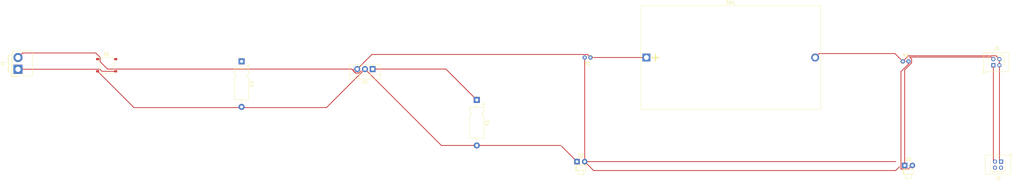
<source format=kicad_pcb>
(kicad_pcb (version 20171130) (host pcbnew "(5.1.6)-1")

  (general
    (thickness 1.6)
    (drawings 0)
    (tracks 59)
    (zones 0)
    (modules 12)
    (nets 9)
  )

  (page A4)
  (layers
    (0 F.Cu signal)
    (31 B.Cu signal)
    (32 B.Adhes user)
    (33 F.Adhes user)
    (34 B.Paste user)
    (35 F.Paste user)
    (36 B.SilkS user)
    (37 F.SilkS user)
    (38 B.Mask user)
    (39 F.Mask user)
    (40 Dwgs.User user)
    (41 Cmts.User user)
    (42 Eco1.User user)
    (43 Eco2.User user)
    (44 Edge.Cuts user)
    (45 Margin user)
    (46 B.CrtYd user)
    (47 F.CrtYd user)
    (48 B.Fab user)
    (49 F.Fab user)
  )

  (setup
    (last_trace_width 0.25)
    (trace_clearance 0.2)
    (zone_clearance 0.508)
    (zone_45_only no)
    (trace_min 0.2)
    (via_size 0.8)
    (via_drill 0.4)
    (via_min_size 0.4)
    (via_min_drill 0.3)
    (uvia_size 0.3)
    (uvia_drill 0.1)
    (uvias_allowed no)
    (uvia_min_size 0.2)
    (uvia_min_drill 0.1)
    (edge_width 0.05)
    (segment_width 0.2)
    (pcb_text_width 0.3)
    (pcb_text_size 1.5 1.5)
    (mod_edge_width 0.12)
    (mod_text_size 1 1)
    (mod_text_width 0.15)
    (pad_size 1.524 1.524)
    (pad_drill 0.762)
    (pad_to_mask_clearance 0.05)
    (aux_axis_origin 0 0)
    (visible_elements FFFFFF7F)
    (pcbplotparams
      (layerselection 0x010fc_ffffffff)
      (usegerberextensions false)
      (usegerberattributes true)
      (usegerberadvancedattributes true)
      (creategerberjobfile true)
      (excludeedgelayer true)
      (linewidth 0.100000)
      (plotframeref false)
      (viasonmask false)
      (mode 1)
      (useauxorigin false)
      (hpglpennumber 1)
      (hpglpenspeed 20)
      (hpglpendiameter 15.000000)
      (psnegative false)
      (psa4output false)
      (plotreference true)
      (plotvalue true)
      (plotinvisibletext false)
      (padsonsilk false)
      (subtractmaskfromsilk false)
      (outputformat 1)
      (mirror false)
      (drillshape 1)
      (scaleselection 1)
      (outputdirectory ""))
  )

  (net 0 "")
  (net 1 GND)
  (net 2 "Net-(C1-Pad1)")
  (net 3 "Net-(C2-Pad1)")
  (net 4 "Net-(D1-Pad4)")
  (net 5 "Net-(D1-Pad3)")
  (net 6 "Net-(D2-Pad2)")
  (net 7 "Net-(D3-Pad2)")
  (net 8 "Net-(J2-Pad1)")

  (net_class Default "This is the default net class."
    (clearance 0.2)
    (trace_width 0.25)
    (via_dia 0.8)
    (via_drill 0.4)
    (uvia_dia 0.3)
    (uvia_drill 0.1)
    (add_net GND)
    (add_net "Net-(C1-Pad1)")
    (add_net "Net-(C2-Pad1)")
    (add_net "Net-(D1-Pad3)")
    (add_net "Net-(D1-Pad4)")
    (add_net "Net-(D2-Pad2)")
    (add_net "Net-(D3-Pad2)")
    (add_net "Net-(J2-Pad1)")
  )

  (module Package_TO_SOT_THT:TO-220-3_Vertical (layer F.Cu) (tedit 5AC8BA0D) (tstamp 5F931A7E)
    (at 500.38 -295.91 180)
    (descr "TO-220-3, Vertical, RM 2.54mm, see https://www.vishay.com/docs/66542/to-220-1.pdf")
    (tags "TO-220-3 Vertical RM 2.54mm")
    (path /5F92D81D)
    (fp_text reference U1 (at 2.54 -4.27) (layer F.SilkS)
      (effects (font (size 1 1) (thickness 0.15)))
    )
    (fp_text value LM7805_TO220 (at 2.54 2.5) (layer F.Fab)
      (effects (font (size 1 1) (thickness 0.15)))
    )
    (fp_text user %R (at 2.54 -4.27) (layer F.Fab)
      (effects (font (size 1 1) (thickness 0.15)))
    )
    (fp_line (start -2.46 -3.15) (end -2.46 1.25) (layer F.Fab) (width 0.1))
    (fp_line (start -2.46 1.25) (end 7.54 1.25) (layer F.Fab) (width 0.1))
    (fp_line (start 7.54 1.25) (end 7.54 -3.15) (layer F.Fab) (width 0.1))
    (fp_line (start 7.54 -3.15) (end -2.46 -3.15) (layer F.Fab) (width 0.1))
    (fp_line (start -2.46 -1.88) (end 7.54 -1.88) (layer F.Fab) (width 0.1))
    (fp_line (start 0.69 -3.15) (end 0.69 -1.88) (layer F.Fab) (width 0.1))
    (fp_line (start 4.39 -3.15) (end 4.39 -1.88) (layer F.Fab) (width 0.1))
    (fp_line (start -2.58 -3.27) (end 7.66 -3.27) (layer F.SilkS) (width 0.12))
    (fp_line (start -2.58 1.371) (end 7.66 1.371) (layer F.SilkS) (width 0.12))
    (fp_line (start -2.58 -3.27) (end -2.58 1.371) (layer F.SilkS) (width 0.12))
    (fp_line (start 7.66 -3.27) (end 7.66 1.371) (layer F.SilkS) (width 0.12))
    (fp_line (start -2.58 -1.76) (end 7.66 -1.76) (layer F.SilkS) (width 0.12))
    (fp_line (start 0.69 -3.27) (end 0.69 -1.76) (layer F.SilkS) (width 0.12))
    (fp_line (start 4.391 -3.27) (end 4.391 -1.76) (layer F.SilkS) (width 0.12))
    (fp_line (start -2.71 -3.4) (end -2.71 1.51) (layer F.CrtYd) (width 0.05))
    (fp_line (start -2.71 1.51) (end 7.79 1.51) (layer F.CrtYd) (width 0.05))
    (fp_line (start 7.79 1.51) (end 7.79 -3.4) (layer F.CrtYd) (width 0.05))
    (fp_line (start 7.79 -3.4) (end -2.71 -3.4) (layer F.CrtYd) (width 0.05))
    (pad 3 thru_hole oval (at 5.08 0 180) (size 1.905 2) (drill 1.1) (layers *.Cu *.Mask)
      (net 3 "Net-(C2-Pad1)"))
    (pad 2 thru_hole oval (at 2.54 0 180) (size 1.905 2) (drill 1.1) (layers *.Cu *.Mask)
      (net 1 GND))
    (pad 1 thru_hole rect (at 0 0 180) (size 1.905 2) (drill 1.1) (layers *.Cu *.Mask)
      (net 2 "Net-(C1-Pad1)"))
    (model ${KISYS3DMOD}/Package_TO_SOT_THT.3dshapes/TO-220-3_Vertical.wrl
      (at (xyz 0 0 0))
      (scale (xyz 1 1 1))
      (rotate (xyz 0 0 0))
    )
  )

  (module Battery:BatteryHolder_Bulgin_BX0036_1xC (layer F.Cu) (tedit 5C0C1564) (tstamp 5F931A64)
    (at 590.55 -299.72)
    (descr "Bulgin Battery Holder, BX0036, Battery Type C (https://www.bulgin.com/products/pub/media/bulgin/data/Battery_holders.pdf)")
    (tags "Bulgin BX0036")
    (path /5F934979)
    (fp_text reference SW1 (at 27.8 -18.1) (layer F.SilkS)
      (effects (font (size 1 1) (thickness 0.15)))
    )
    (fp_text value SW_DIP_x01 (at 27.8 1) (layer F.Fab)
      (effects (font (size 1 1) (thickness 0.15)))
    )
    (fp_text user %R (at 27.8 -1) (layer F.Fab)
      (effects (font (size 1 1) (thickness 0.1)))
    )
    (fp_text user + (at 3 -0.2) (layer F.SilkS)
      (effects (font (size 3 3) (thickness 0.45)))
    )
    (fp_line (start -1.75 17) (end -1.75 -17) (layer F.Fab) (width 0.1))
    (fp_line (start 57.35 17) (end -1.75 17) (layer F.Fab) (width 0.1))
    (fp_line (start 57.35 -17) (end 57.35 17) (layer F.Fab) (width 0.1))
    (fp_line (start -1.75 -17) (end 57.35 -17) (layer F.Fab) (width 0.1))
    (fp_line (start -2.3 -17.5) (end 57.9 -17.5) (layer F.CrtYd) (width 0.05))
    (fp_line (start 57.9 -17.5) (end 57.9 17.5) (layer F.CrtYd) (width 0.05))
    (fp_line (start 57.9 17.5) (end -2.3 17.5) (layer F.CrtYd) (width 0.05))
    (fp_line (start -2.3 17.5) (end -2.3 -17.5) (layer F.CrtYd) (width 0.05))
    (fp_line (start -1.81 -17.06) (end -1.81 17.06) (layer F.SilkS) (width 0.12))
    (fp_line (start 57.41 -17.06) (end 57.41 17.06) (layer F.SilkS) (width 0.12))
    (fp_line (start -1.81 -17.06) (end 57.41 -17.06) (layer F.SilkS) (width 0.12))
    (fp_line (start -1.81 17.06) (end 57.41 17.06) (layer F.SilkS) (width 0.12))
    (pad "" np_thru_hole circle (at 43.7 0) (size 3.8 3.8) (drill 3.8) (layers *.Cu *.Mask))
    (pad "" np_thru_hole circle (at 11.9 0) (size 3.8 3.8) (drill 3.8) (layers *.Cu *.Mask))
    (pad 1 thru_hole rect (at 0 0) (size 2.6 2.6) (drill 1.6) (layers *.Cu *.Mask)
      (net 3 "Net-(C2-Pad1)"))
    (pad 2 thru_hole circle (at 55.6 0) (size 2.6 2.6) (drill 1.6) (layers *.Cu *.Mask)
      (net 8 "Net-(J2-Pad1)"))
    (model ${KISYS3DMOD}/Battery.3dshapes/BatteryHolder_Bulgin_BX0036_1xC.wrl
      (at (xyz 0 0 0))
      (scale (xyz 1 1 1))
      (rotate (xyz 0 0 0))
    )
  )

  (module Resistor_THT:R_Axial_DIN0204_L3.6mm_D1.6mm_P1.90mm_Vertical (layer F.Cu) (tedit 5AE5139B) (tstamp 5F931A4E)
    (at 675.01 -298.45)
    (descr "Resistor, Axial_DIN0204 series, Axial, Vertical, pin pitch=1.9mm, 0.167W, length*diameter=3.6*1.6mm^2, http://cdn-reichelt.de/documents/datenblatt/B400/1_4W%23YAG.pdf")
    (tags "Resistor Axial_DIN0204 series Axial Vertical pin pitch 1.9mm 0.167W length 3.6mm diameter 1.6mm")
    (path /5F92E1F8)
    (fp_text reference R2 (at 0.95 -1.92) (layer F.SilkS)
      (effects (font (size 1 1) (thickness 0.15)))
    )
    (fp_text value R (at 0.95 1.92) (layer F.Fab)
      (effects (font (size 1 1) (thickness 0.15)))
    )
    (fp_text user %R (at 0.95 -1.92) (layer F.Fab)
      (effects (font (size 1 1) (thickness 0.15)))
    )
    (fp_arc (start 0 0) (end 0.417133 -0.7) (angle -233.92106) (layer F.SilkS) (width 0.12))
    (fp_circle (center 0 0) (end 0.8 0) (layer F.Fab) (width 0.1))
    (fp_line (start 0 0) (end 1.9 0) (layer F.Fab) (width 0.1))
    (fp_line (start -1.05 -1.05) (end -1.05 1.05) (layer F.CrtYd) (width 0.05))
    (fp_line (start -1.05 1.05) (end 2.86 1.05) (layer F.CrtYd) (width 0.05))
    (fp_line (start 2.86 1.05) (end 2.86 -1.05) (layer F.CrtYd) (width 0.05))
    (fp_line (start 2.86 -1.05) (end -1.05 -1.05) (layer F.CrtYd) (width 0.05))
    (pad 2 thru_hole oval (at 1.9 0) (size 1.4 1.4) (drill 0.7) (layers *.Cu *.Mask)
      (net 7 "Net-(D3-Pad2)"))
    (pad 1 thru_hole circle (at 0 0) (size 1.4 1.4) (drill 0.7) (layers *.Cu *.Mask)
      (net 8 "Net-(J2-Pad1)"))
    (model ${KISYS3DMOD}/Resistor_THT.3dshapes/R_Axial_DIN0204_L3.6mm_D1.6mm_P1.90mm_Vertical.wrl
      (at (xyz 0 0 0))
      (scale (xyz 1 1 1))
      (rotate (xyz 0 0 0))
    )
  )

  (module Resistor_THT:R_Axial_DIN0204_L3.6mm_D1.6mm_P1.90mm_Vertical (layer F.Cu) (tedit 5AE5139B) (tstamp 5F931A40)
    (at 572.13 -299.72 180)
    (descr "Resistor, Axial_DIN0204 series, Axial, Vertical, pin pitch=1.9mm, 0.167W, length*diameter=3.6*1.6mm^2, http://cdn-reichelt.de/documents/datenblatt/B400/1_4W%23YAG.pdf")
    (tags "Resistor Axial_DIN0204 series Axial Vertical pin pitch 1.9mm 0.167W length 3.6mm diameter 1.6mm")
    (path /5F92DF70)
    (fp_text reference R1 (at 0.95 -1.92) (layer F.SilkS)
      (effects (font (size 1 1) (thickness 0.15)))
    )
    (fp_text value R (at 0.95 1.92) (layer F.Fab)
      (effects (font (size 1 1) (thickness 0.15)))
    )
    (fp_text user %R (at 0.95 -1.92) (layer F.Fab)
      (effects (font (size 1 1) (thickness 0.15)))
    )
    (fp_arc (start 0 0) (end 0.417133 -0.7) (angle -233.92106) (layer F.SilkS) (width 0.12))
    (fp_circle (center 0 0) (end 0.8 0) (layer F.Fab) (width 0.1))
    (fp_line (start 0 0) (end 1.9 0) (layer F.Fab) (width 0.1))
    (fp_line (start -1.05 -1.05) (end -1.05 1.05) (layer F.CrtYd) (width 0.05))
    (fp_line (start -1.05 1.05) (end 2.86 1.05) (layer F.CrtYd) (width 0.05))
    (fp_line (start 2.86 1.05) (end 2.86 -1.05) (layer F.CrtYd) (width 0.05))
    (fp_line (start 2.86 -1.05) (end -1.05 -1.05) (layer F.CrtYd) (width 0.05))
    (pad 2 thru_hole oval (at 1.9 0 180) (size 1.4 1.4) (drill 0.7) (layers *.Cu *.Mask)
      (net 6 "Net-(D2-Pad2)"))
    (pad 1 thru_hole circle (at 0 0 180) (size 1.4 1.4) (drill 0.7) (layers *.Cu *.Mask)
      (net 3 "Net-(C2-Pad1)"))
    (model ${KISYS3DMOD}/Resistor_THT.3dshapes/R_Axial_DIN0204_L3.6mm_D1.6mm_P1.90mm_Vertical.wrl
      (at (xyz 0 0 0))
      (scale (xyz 1 1 1))
      (rotate (xyz 0 0 0))
    )
  )

  (module Connector_Harwin:Harwin_LTek-Male_2x02_P2.00mm_Vertical (layer F.Cu) (tedit 5A16B2BF) (tstamp 5F931A32)
    (at 704.85 -297.18)
    (descr "Harwin LTek Connector, 4 pins, single row male, vertical entry")
    (tags "connector harwin ltek M80")
    (path /5F92F728)
    (fp_text reference J3 (at 1 -5.5) (layer F.SilkS)
      (effects (font (size 1 1) (thickness 0.15)))
    )
    (fp_text value Conn_02x02_Odd_Even (at 1 4) (layer F.Fab)
      (effects (font (size 1 1) (thickness 0.15)))
    )
    (fp_text user %R (at 1 0) (layer F.Fab)
      (effects (font (size 1 1) (thickness 0.15)))
    )
    (fp_line (start -3.15 -4.1) (end -3.15 2.1) (layer F.SilkS) (width 0.12))
    (fp_line (start -3.15 2.1) (end 5.15 2.1) (layer F.SilkS) (width 0.12))
    (fp_line (start 5.15 2.1) (end 5.15 -4.1) (layer F.SilkS) (width 0.12))
    (fp_line (start 5.15 -4.1) (end -3.15 -4.1) (layer F.SilkS) (width 0.12))
    (fp_line (start -3.55 -4.5) (end -3.55 2.5) (layer F.CrtYd) (width 0.05))
    (fp_line (start -3.55 2.5) (end 5.55 2.5) (layer F.CrtYd) (width 0.05))
    (fp_line (start 5.55 2.5) (end 5.55 -4.5) (layer F.CrtYd) (width 0.05))
    (fp_line (start 5.55 -4.5) (end -3.55 -4.5) (layer F.CrtYd) (width 0.05))
    (fp_line (start -3.05 -4) (end -3.05 2) (layer F.Fab) (width 0.1))
    (fp_line (start -3.05 2) (end 5.05 2) (layer F.Fab) (width 0.1))
    (fp_line (start 5.05 2) (end 5.05 -4) (layer F.Fab) (width 0.1))
    (fp_line (start 5.05 -4) (end -3.05 -4) (layer F.Fab) (width 0.1))
    (fp_line (start -1.75 1.5) (end -1.75 -2.75) (layer F.Fab) (width 0.1))
    (fp_line (start -1.75 -2.75) (end -1 -3.5) (layer F.Fab) (width 0.1))
    (fp_line (start -1 -3.5) (end 3 -3.5) (layer F.Fab) (width 0.1))
    (fp_line (start 3 -3.5) (end 3.75 -2.75) (layer F.Fab) (width 0.1))
    (fp_line (start 3.75 -2.75) (end 3.75 1.5) (layer F.Fab) (width 0.1))
    (fp_line (start 3.75 1.5) (end -1.75 1.5) (layer F.Fab) (width 0.1))
    (fp_line (start -1.6 0) (end -1.6 -2.75) (layer F.SilkS) (width 0.12))
    (fp_line (start -1.6 -2.75) (end -1 -3.35) (layer F.SilkS) (width 0.12))
    (fp_line (start -1 -3.35) (end 1 -3.35) (layer F.SilkS) (width 0.12))
    (fp_line (start 3.6 0) (end 3.6 -2.75) (layer F.SilkS) (width 0.12))
    (fp_line (start 3.6 -2.75) (end 3 -3.35) (layer F.SilkS) (width 0.12))
    (fp_line (start 3 -3.35) (end 1 -3.35) (layer F.SilkS) (width 0.12))
    (fp_line (start 0 0.75) (end -0.3 1.35) (layer F.Fab) (width 0.1))
    (fp_line (start -0.3 1.35) (end 0.3 1.35) (layer F.Fab) (width 0.1))
    (fp_line (start 0.3 1.35) (end 0 0.75) (layer F.Fab) (width 0.1))
    (fp_line (start -3.5 1.5) (end -3.5 2.5) (layer F.SilkS) (width 0.12))
    (fp_line (start -3.5 2.5) (end -2.5 2.5) (layer F.SilkS) (width 0.12))
    (pad 4 thru_hole circle (at 2 -2) (size 1.35 1.35) (drill 0.8) (layers *.Cu *.Mask)
      (net 8 "Net-(J2-Pad1)"))
    (pad 2 thru_hole circle (at 0 -2) (size 1.35 1.35) (drill 0.8) (layers *.Cu *.Mask)
      (net 1 GND))
    (pad 3 thru_hole circle (at 2 0) (size 1.35 1.35) (drill 0.8) (layers *.Cu *.Mask)
      (net 8 "Net-(J2-Pad1)"))
    (pad 1 thru_hole rect (at 0 0) (size 1.35 1.35) (drill 0.8) (layers *.Cu *.Mask)
      (net 1 GND))
    (model ${KISYS3DMOD}/Connector_Harwin.3dshapes/Harwin_LTek-Male_2x02_P2.00mm_Vertical.wrl
      (at (xyz 0 0 0))
      (scale (xyz 1 1 1))
      (rotate (xyz 0 0 0))
    )
  )

  (module Connector_Harwin:Harwin_LTek-Male_2x02_P2.00mm_Vertical (layer F.Cu) (tedit 5A16B2BF) (tstamp 5F931A0C)
    (at 707.39 -265.43 180)
    (descr "Harwin LTek Connector, 4 pins, single row male, vertical entry")
    (tags "connector harwin ltek M80")
    (path /5F92F06A)
    (fp_text reference J2 (at 1 -5.5) (layer F.SilkS)
      (effects (font (size 1 1) (thickness 0.15)))
    )
    (fp_text value Conn_02x02_Odd_Even (at 1 4) (layer F.Fab)
      (effects (font (size 1 1) (thickness 0.15)))
    )
    (fp_text user %R (at 1 0) (layer F.Fab)
      (effects (font (size 1 1) (thickness 0.15)))
    )
    (fp_line (start -3.15 -4.1) (end -3.15 2.1) (layer F.SilkS) (width 0.12))
    (fp_line (start -3.15 2.1) (end 5.15 2.1) (layer F.SilkS) (width 0.12))
    (fp_line (start 5.15 2.1) (end 5.15 -4.1) (layer F.SilkS) (width 0.12))
    (fp_line (start 5.15 -4.1) (end -3.15 -4.1) (layer F.SilkS) (width 0.12))
    (fp_line (start -3.55 -4.5) (end -3.55 2.5) (layer F.CrtYd) (width 0.05))
    (fp_line (start -3.55 2.5) (end 5.55 2.5) (layer F.CrtYd) (width 0.05))
    (fp_line (start 5.55 2.5) (end 5.55 -4.5) (layer F.CrtYd) (width 0.05))
    (fp_line (start 5.55 -4.5) (end -3.55 -4.5) (layer F.CrtYd) (width 0.05))
    (fp_line (start -3.05 -4) (end -3.05 2) (layer F.Fab) (width 0.1))
    (fp_line (start -3.05 2) (end 5.05 2) (layer F.Fab) (width 0.1))
    (fp_line (start 5.05 2) (end 5.05 -4) (layer F.Fab) (width 0.1))
    (fp_line (start 5.05 -4) (end -3.05 -4) (layer F.Fab) (width 0.1))
    (fp_line (start -1.75 1.5) (end -1.75 -2.75) (layer F.Fab) (width 0.1))
    (fp_line (start -1.75 -2.75) (end -1 -3.5) (layer F.Fab) (width 0.1))
    (fp_line (start -1 -3.5) (end 3 -3.5) (layer F.Fab) (width 0.1))
    (fp_line (start 3 -3.5) (end 3.75 -2.75) (layer F.Fab) (width 0.1))
    (fp_line (start 3.75 -2.75) (end 3.75 1.5) (layer F.Fab) (width 0.1))
    (fp_line (start 3.75 1.5) (end -1.75 1.5) (layer F.Fab) (width 0.1))
    (fp_line (start -1.6 0) (end -1.6 -2.75) (layer F.SilkS) (width 0.12))
    (fp_line (start -1.6 -2.75) (end -1 -3.35) (layer F.SilkS) (width 0.12))
    (fp_line (start -1 -3.35) (end 1 -3.35) (layer F.SilkS) (width 0.12))
    (fp_line (start 3.6 0) (end 3.6 -2.75) (layer F.SilkS) (width 0.12))
    (fp_line (start 3.6 -2.75) (end 3 -3.35) (layer F.SilkS) (width 0.12))
    (fp_line (start 3 -3.35) (end 1 -3.35) (layer F.SilkS) (width 0.12))
    (fp_line (start 0 0.75) (end -0.3 1.35) (layer F.Fab) (width 0.1))
    (fp_line (start -0.3 1.35) (end 0.3 1.35) (layer F.Fab) (width 0.1))
    (fp_line (start 0.3 1.35) (end 0 0.75) (layer F.Fab) (width 0.1))
    (fp_line (start -3.5 1.5) (end -3.5 2.5) (layer F.SilkS) (width 0.12))
    (fp_line (start -3.5 2.5) (end -2.5 2.5) (layer F.SilkS) (width 0.12))
    (pad 4 thru_hole circle (at 2 -2 180) (size 1.35 1.35) (drill 0.8) (layers *.Cu *.Mask)
      (net 1 GND))
    (pad 2 thru_hole circle (at 0 -2 180) (size 1.35 1.35) (drill 0.8) (layers *.Cu *.Mask)
      (net 8 "Net-(J2-Pad1)"))
    (pad 3 thru_hole circle (at 2 0 180) (size 1.35 1.35) (drill 0.8) (layers *.Cu *.Mask)
      (net 1 GND))
    (pad 1 thru_hole rect (at 0 0 180) (size 1.35 1.35) (drill 0.8) (layers *.Cu *.Mask)
      (net 8 "Net-(J2-Pad1)"))
    (model ${KISYS3DMOD}/Connector_Harwin.3dshapes/Harwin_LTek-Male_2x02_P2.00mm_Vertical.wrl
      (at (xyz 0 0 0))
      (scale (xyz 1 1 1))
      (rotate (xyz 0 0 0))
    )
  )

  (module Connector:JWT_A3963_1x02_P3.96mm_Vertical (layer F.Cu) (tedit 5A2A57CE) (tstamp 5F9319E6)
    (at 383.54 -295.84 90)
    (descr "JWT A3963, 3.96mm pitch Pin head connector (http://www.jwt.com.tw/pro_pdf/A3963.pdf)")
    (tags "connector JWT A3963 pinhead")
    (path /5F92B5E7)
    (fp_text reference J1 (at 1.91 -5.08 90) (layer F.SilkS)
      (effects (font (size 1 1) (thickness 0.15)))
    )
    (fp_text value Conn_01x02 (at 1.91 6.35 90) (layer F.Fab)
      (effects (font (size 1 1) (thickness 0.15)))
    )
    (fp_text user %R (at 2.2 3.7 90) (layer F.Fab)
      (effects (font (size 1 1) (thickness 0.15)))
    )
    (fp_line (start 4.6 -3.2) (end 4.6 -1.8) (layer F.Fab) (width 0.1))
    (fp_line (start -0.8 -3.2) (end 4.6 -3.2) (layer F.Fab) (width 0.1))
    (fp_line (start -0.8 -1.8) (end -0.8 -3.2) (layer F.Fab) (width 0.1))
    (fp_line (start 0 -0.3) (end 1.25 -1.8) (layer F.Fab) (width 0.1))
    (fp_line (start -1.25 -1.8) (end 0 -0.3) (layer F.Fab) (width 0.1))
    (fp_line (start -2.5 -2.2) (end -2.5 0) (layer F.SilkS) (width 0.12))
    (fp_line (start -1.2 -2.2) (end -2.5 -2.2) (layer F.SilkS) (width 0.12))
    (fp_line (start -2.05 4.7) (end -2.05 -1.8) (layer F.Fab) (width 0.1))
    (fp_line (start 5.85 4.7) (end -2.05 4.7) (layer F.Fab) (width 0.1))
    (fp_line (start 5.85 -1.8) (end 5.85 4.7) (layer F.Fab) (width 0.1))
    (fp_line (start -2.05 -1.8) (end 5.85 -1.8) (layer F.Fab) (width 0.1))
    (fp_line (start -2.5 -3.55) (end 6.35 -3.55) (layer F.CrtYd) (width 0.05))
    (fp_line (start 6.35 -3.55) (end 6.35 5.05) (layer F.CrtYd) (width 0.05))
    (fp_line (start 6.35 5.05) (end -2.5 5.05) (layer F.CrtYd) (width 0.05))
    (fp_line (start -2.5 5.05) (end -2.5 -3.55) (layer F.CrtYd) (width 0.05))
    (fp_line (start 2.29 4.83) (end 5.97 4.83) (layer F.SilkS) (width 0.12))
    (fp_line (start 1.52 4.83) (end -2.16 4.83) (layer F.SilkS) (width 0.12))
    (fp_line (start 1.52 4.83) (end 1.52 4.57) (layer F.SilkS) (width 0.12))
    (fp_line (start 1.52 4.57) (end 2.29 4.57) (layer F.SilkS) (width 0.12))
    (fp_line (start 2.29 4.57) (end 2.29 4.83) (layer F.SilkS) (width 0.12))
    (fp_line (start -0.89 -2.16) (end 4.7 -2.16) (layer F.SilkS) (width 0.12))
    (fp_line (start -0.89 -3.05) (end 4.7 -3.05) (layer F.SilkS) (width 0.12))
    (fp_line (start 5.97 -1.91) (end 5.97 0) (layer F.SilkS) (width 0.12))
    (fp_line (start -2.16 -1.91) (end -2.16 0) (layer F.SilkS) (width 0.12))
    (fp_line (start -0.89 -3.3) (end 4.7 -3.3) (layer F.SilkS) (width 0.12))
    (fp_line (start 4.7 -1.91) (end 4.7 -3.3) (layer F.SilkS) (width 0.12))
    (fp_line (start -0.89 -1.91) (end -0.89 -3.3) (layer F.SilkS) (width 0.12))
    (fp_line (start -2.16 -1.91) (end 5.97 -1.91) (layer F.SilkS) (width 0.12))
    (fp_line (start -2.16 0) (end -2.16 4.83) (layer F.SilkS) (width 0.12))
    (fp_line (start 5.97 4.83) (end 5.97 0) (layer F.SilkS) (width 0.12))
    (pad 2 thru_hole circle (at 3.88 0 90) (size 3 3) (drill 1.75) (layers *.Cu *.Mask)
      (net 4 "Net-(D1-Pad4)"))
    (pad 1 thru_hole rect (at 0 0 90) (size 3 3) (drill 1.75) (layers *.Cu *.Mask)
      (net 5 "Net-(D1-Pad3)"))
    (model ${KISYS3DMOD}/Connector.3dshapes/JWT_A3963_1x02_P3.96mm_Vertical.wrl
      (at (xyz 0 0 0))
      (scale (xyz 1 1 1))
      (rotate (xyz 0 0 0))
    )
  )

  (module LED_THT:LED_D1.8mm_W1.8mm_H2.4mm_Horizontal_O1.27mm_Z1.6mm (layer F.Cu) (tedit 5880A863) (tstamp 5F9319C1)
    (at 675.64 -264.16)
    (descr "LED, ,  diameter 1.8mm size 1.8x2.4mm^2 z-position of LED center 1.6mm, 2 pins")
    (tags "LED   diameter 1.8mm size 1.8x2.4mm^2 z-position of LED center 1.6mm 2 pins")
    (path /5F92EAB4)
    (fp_text reference D3 (at 1.27 -1.96) (layer F.SilkS)
      (effects (font (size 1 1) (thickness 0.15)))
    )
    (fp_text value LED (at 1.27 5.33) (layer F.Fab)
      (effects (font (size 1 1) (thickness 0.15)))
    )
    (fp_line (start -0.38 1.27) (end -0.38 2.87) (layer F.Fab) (width 0.1))
    (fp_line (start -0.38 2.87) (end 2.92 2.87) (layer F.Fab) (width 0.1))
    (fp_line (start 2.92 2.87) (end 2.92 1.27) (layer F.Fab) (width 0.1))
    (fp_line (start 2.92 1.27) (end -0.38 1.27) (layer F.Fab) (width 0.1))
    (fp_line (start 0.37 2.87) (end 0.37 4.27) (layer F.Fab) (width 0.1))
    (fp_line (start 0.37 4.27) (end 2.17 4.27) (layer F.Fab) (width 0.1))
    (fp_line (start 2.17 4.27) (end 2.17 2.87) (layer F.Fab) (width 0.1))
    (fp_line (start 2.17 2.87) (end 0.37 2.87) (layer F.Fab) (width 0.1))
    (fp_line (start 0 0) (end 0 1.27) (layer F.Fab) (width 0.1))
    (fp_line (start 0 1.27) (end 0 1.27) (layer F.Fab) (width 0.1))
    (fp_line (start 0 1.27) (end 0 0) (layer F.Fab) (width 0.1))
    (fp_line (start 0 0) (end 0 0) (layer F.Fab) (width 0.1))
    (fp_line (start 2.54 0) (end 2.54 1.27) (layer F.Fab) (width 0.1))
    (fp_line (start 2.54 1.27) (end 2.54 1.27) (layer F.Fab) (width 0.1))
    (fp_line (start 2.54 1.27) (end 2.54 0) (layer F.Fab) (width 0.1))
    (fp_line (start 2.54 0) (end 2.54 0) (layer F.Fab) (width 0.1))
    (fp_line (start -0.44 1.21) (end -0.44 2.93) (layer F.SilkS) (width 0.12))
    (fp_line (start -0.44 2.93) (end 2.98 2.93) (layer F.SilkS) (width 0.12))
    (fp_line (start 2.98 2.93) (end 2.98 1.21) (layer F.SilkS) (width 0.12))
    (fp_line (start 2.98 1.21) (end -0.44 1.21) (layer F.SilkS) (width 0.12))
    (fp_line (start -0.32 1.21) (end -0.32 2.93) (layer F.SilkS) (width 0.12))
    (fp_line (start -0.2 1.21) (end -0.2 2.93) (layer F.SilkS) (width 0.12))
    (fp_line (start 0.31 2.93) (end 0.31 4.33) (layer F.SilkS) (width 0.12))
    (fp_line (start 0.31 4.33) (end 2.23 4.33) (layer F.SilkS) (width 0.12))
    (fp_line (start 2.23 4.33) (end 2.23 2.93) (layer F.SilkS) (width 0.12))
    (fp_line (start 2.23 2.93) (end 0.31 2.93) (layer F.SilkS) (width 0.12))
    (fp_line (start 0 1.08) (end 0 1.21) (layer F.SilkS) (width 0.12))
    (fp_line (start 0 1.21) (end 0 1.21) (layer F.SilkS) (width 0.12))
    (fp_line (start 0 1.21) (end 0 1.08) (layer F.SilkS) (width 0.12))
    (fp_line (start 0 1.08) (end 0 1.08) (layer F.SilkS) (width 0.12))
    (fp_line (start 2.54 1.08) (end 2.54 1.21) (layer F.SilkS) (width 0.12))
    (fp_line (start 2.54 1.21) (end 2.54 1.21) (layer F.SilkS) (width 0.12))
    (fp_line (start 2.54 1.21) (end 2.54 1.08) (layer F.SilkS) (width 0.12))
    (fp_line (start 2.54 1.08) (end 2.54 1.08) (layer F.SilkS) (width 0.12))
    (fp_line (start -1.25 -1.25) (end -1.25 4.6) (layer F.CrtYd) (width 0.05))
    (fp_line (start -1.25 4.6) (end 3.75 4.6) (layer F.CrtYd) (width 0.05))
    (fp_line (start 3.75 4.6) (end 3.75 -1.25) (layer F.CrtYd) (width 0.05))
    (fp_line (start 3.75 -1.25) (end -1.25 -1.25) (layer F.CrtYd) (width 0.05))
    (pad 2 thru_hole circle (at 2.54 0) (size 1.8 1.8) (drill 0.9) (layers *.Cu *.Mask)
      (net 7 "Net-(D3-Pad2)"))
    (pad 1 thru_hole rect (at 0 0) (size 1.8 1.8) (drill 0.9) (layers *.Cu *.Mask)
      (net 1 GND))
    (model ${KISYS3DMOD}/LED_THT.3dshapes/LED_D1.8mm_W1.8mm_H2.4mm_Horizontal_O1.27mm_Z1.6mm.wrl
      (at (xyz 0 0 0))
      (scale (xyz 1 1 1))
      (rotate (xyz 0 0 0))
    )
  )

  (module LED_THT:LED_D1.8mm_W1.8mm_H2.4mm_Horizontal_O1.27mm_Z1.6mm (layer F.Cu) (tedit 5880A863) (tstamp 5F931995)
    (at 567.69 -265.43)
    (descr "LED, ,  diameter 1.8mm size 1.8x2.4mm^2 z-position of LED center 1.6mm, 2 pins")
    (tags "LED   diameter 1.8mm size 1.8x2.4mm^2 z-position of LED center 1.6mm 2 pins")
    (path /5F92E4CE)
    (fp_text reference D2 (at 1.27 -1.96) (layer F.SilkS)
      (effects (font (size 1 1) (thickness 0.15)))
    )
    (fp_text value LED (at 1.27 5.33) (layer F.Fab)
      (effects (font (size 1 1) (thickness 0.15)))
    )
    (fp_line (start -0.38 1.27) (end -0.38 2.87) (layer F.Fab) (width 0.1))
    (fp_line (start -0.38 2.87) (end 2.92 2.87) (layer F.Fab) (width 0.1))
    (fp_line (start 2.92 2.87) (end 2.92 1.27) (layer F.Fab) (width 0.1))
    (fp_line (start 2.92 1.27) (end -0.38 1.27) (layer F.Fab) (width 0.1))
    (fp_line (start 0.37 2.87) (end 0.37 4.27) (layer F.Fab) (width 0.1))
    (fp_line (start 0.37 4.27) (end 2.17 4.27) (layer F.Fab) (width 0.1))
    (fp_line (start 2.17 4.27) (end 2.17 2.87) (layer F.Fab) (width 0.1))
    (fp_line (start 2.17 2.87) (end 0.37 2.87) (layer F.Fab) (width 0.1))
    (fp_line (start 0 0) (end 0 1.27) (layer F.Fab) (width 0.1))
    (fp_line (start 0 1.27) (end 0 1.27) (layer F.Fab) (width 0.1))
    (fp_line (start 0 1.27) (end 0 0) (layer F.Fab) (width 0.1))
    (fp_line (start 0 0) (end 0 0) (layer F.Fab) (width 0.1))
    (fp_line (start 2.54 0) (end 2.54 1.27) (layer F.Fab) (width 0.1))
    (fp_line (start 2.54 1.27) (end 2.54 1.27) (layer F.Fab) (width 0.1))
    (fp_line (start 2.54 1.27) (end 2.54 0) (layer F.Fab) (width 0.1))
    (fp_line (start 2.54 0) (end 2.54 0) (layer F.Fab) (width 0.1))
    (fp_line (start -0.44 1.21) (end -0.44 2.93) (layer F.SilkS) (width 0.12))
    (fp_line (start -0.44 2.93) (end 2.98 2.93) (layer F.SilkS) (width 0.12))
    (fp_line (start 2.98 2.93) (end 2.98 1.21) (layer F.SilkS) (width 0.12))
    (fp_line (start 2.98 1.21) (end -0.44 1.21) (layer F.SilkS) (width 0.12))
    (fp_line (start -0.32 1.21) (end -0.32 2.93) (layer F.SilkS) (width 0.12))
    (fp_line (start -0.2 1.21) (end -0.2 2.93) (layer F.SilkS) (width 0.12))
    (fp_line (start 0.31 2.93) (end 0.31 4.33) (layer F.SilkS) (width 0.12))
    (fp_line (start 0.31 4.33) (end 2.23 4.33) (layer F.SilkS) (width 0.12))
    (fp_line (start 2.23 4.33) (end 2.23 2.93) (layer F.SilkS) (width 0.12))
    (fp_line (start 2.23 2.93) (end 0.31 2.93) (layer F.SilkS) (width 0.12))
    (fp_line (start 0 1.08) (end 0 1.21) (layer F.SilkS) (width 0.12))
    (fp_line (start 0 1.21) (end 0 1.21) (layer F.SilkS) (width 0.12))
    (fp_line (start 0 1.21) (end 0 1.08) (layer F.SilkS) (width 0.12))
    (fp_line (start 0 1.08) (end 0 1.08) (layer F.SilkS) (width 0.12))
    (fp_line (start 2.54 1.08) (end 2.54 1.21) (layer F.SilkS) (width 0.12))
    (fp_line (start 2.54 1.21) (end 2.54 1.21) (layer F.SilkS) (width 0.12))
    (fp_line (start 2.54 1.21) (end 2.54 1.08) (layer F.SilkS) (width 0.12))
    (fp_line (start 2.54 1.08) (end 2.54 1.08) (layer F.SilkS) (width 0.12))
    (fp_line (start -1.25 -1.25) (end -1.25 4.6) (layer F.CrtYd) (width 0.05))
    (fp_line (start -1.25 4.6) (end 3.75 4.6) (layer F.CrtYd) (width 0.05))
    (fp_line (start 3.75 4.6) (end 3.75 -1.25) (layer F.CrtYd) (width 0.05))
    (fp_line (start 3.75 -1.25) (end -1.25 -1.25) (layer F.CrtYd) (width 0.05))
    (pad 2 thru_hole circle (at 2.54 0) (size 1.8 1.8) (drill 0.9) (layers *.Cu *.Mask)
      (net 6 "Net-(D2-Pad2)"))
    (pad 1 thru_hole rect (at 0 0) (size 1.8 1.8) (drill 0.9) (layers *.Cu *.Mask)
      (net 1 GND))
    (model ${KISYS3DMOD}/LED_THT.3dshapes/LED_D1.8mm_W1.8mm_H2.4mm_Horizontal_O1.27mm_Z1.6mm.wrl
      (at (xyz 0 0 0))
      (scale (xyz 1 1 1))
      (rotate (xyz 0 0 0))
    )
  )

  (module Diode_SMD:Diode_Bridge_Diotec_ABS (layer F.Cu) (tedit 5A4F6D53) (tstamp 5F933908)
    (at 412.75 -297.18)
    (descr "SMD diode bridge ABS (Diotec), see https://diotec.com/tl_files/diotec/files/pdf/datasheets/abs2.pdf")
    (tags "ABS MBLS")
    (path /5F937604)
    (attr smd)
    (fp_text reference D1 (at 0 -3.7) (layer F.SilkS)
      (effects (font (size 1 1) (thickness 0.15)))
    )
    (fp_text value ABS2 (at 0 3.7) (layer F.Fab)
      (effects (font (size 1 1) (thickness 0.15)))
    )
    (fp_text user %R (at 0 -0.065) (layer F.Fab)
      (effects (font (size 1 1) (thickness 0.15)))
    )
    (fp_line (start 2.3 -2.4) (end 2.3 -2.6) (layer F.SilkS) (width 0.12))
    (fp_line (start 2.3 -2.6) (end -3.5 -2.6) (layer F.SilkS) (width 0.12))
    (fp_line (start 2.3 2.4) (end 2.3 2.6) (layer F.SilkS) (width 0.12))
    (fp_line (start 2.3 2.6) (end -2.3 2.6) (layer F.SilkS) (width 0.12))
    (fp_line (start -2.3 2.6) (end -2.3 2.4) (layer F.SilkS) (width 0.12))
    (fp_line (start 2.3 -1.5) (end 2.3 1.5) (layer F.SilkS) (width 0.12))
    (fp_line (start -2.3 1.5) (end -2.3 -1.5) (layer F.SilkS) (width 0.12))
    (fp_line (start -2.2 2.5) (end 2.2 2.5) (layer F.Fab) (width 0.12))
    (fp_line (start 2.2 2.5) (end 2.2 -2.5) (layer F.Fab) (width 0.12))
    (fp_line (start 2.2 -2.5) (end -1.8 -2.5) (layer F.Fab) (width 0.12))
    (fp_line (start -1.8 -2.5) (end -2.2 -2) (layer F.Fab) (width 0.12))
    (fp_line (start -2.2 -2) (end -2.2 2.5) (layer F.Fab) (width 0.12))
    (fp_line (start -3.72 -2.75) (end 3.73 -2.75) (layer F.CrtYd) (width 0.05))
    (fp_line (start -3.72 -2.75) (end -3.72 2.75) (layer F.CrtYd) (width 0.05))
    (fp_line (start 3.73 2.75) (end 3.73 -2.75) (layer F.CrtYd) (width 0.05))
    (fp_line (start 3.73 2.75) (end -3.72 2.75) (layer F.CrtYd) (width 0.05))
    (pad 4 smd rect (at 2.975 -2) (size 1 0.7) (layers F.Cu F.Paste F.Mask)
      (net 4 "Net-(D1-Pad4)"))
    (pad 3 smd rect (at 2.975 2) (size 1 0.7) (layers F.Cu F.Paste F.Mask)
      (net 5 "Net-(D1-Pad3)"))
    (pad 2 smd rect (at -2.975 2) (size 1 0.7) (layers F.Cu F.Paste F.Mask)
      (net 1 GND))
    (pad 1 smd rect (at -2.975 -2) (size 1 0.7) (layers F.Cu F.Paste F.Mask)
      (net 2 "Net-(C1-Pad1)"))
    (model ${KISYS3DMOD}/Diode_SMD.3dshapes/Diode_Bridge_Diotec_ABS.wrl
      (at (xyz 0 0 0))
      (scale (xyz 1 1 1))
      (rotate (xyz 0 0 0))
    )
  )

  (module Capacitor_THT:CP_Axial_L10.0mm_D4.5mm_P15.00mm_Horizontal (layer F.Cu) (tedit 5AE50EF2) (tstamp 5F934229)
    (at 457.2 -298.45 270)
    (descr "CP, Axial series, Axial, Horizontal, pin pitch=15mm, , length*diameter=10*4.5mm^2, Electrolytic Capacitor, , http://www.vishay.com/docs/28325/021asm.pdf")
    (tags "CP Axial series Axial Horizontal pin pitch 15mm  length 10mm diameter 4.5mm Electrolytic Capacitor")
    (path /5F94B559)
    (fp_text reference C2 (at 7.5 -3.37 90) (layer F.SilkS)
      (effects (font (size 1 1) (thickness 0.15)))
    )
    (fp_text value CP1 (at 7.5 3.37 90) (layer F.Fab)
      (effects (font (size 1 1) (thickness 0.15)))
    )
    (fp_text user %R (at 7.5 0) (layer F.Fab)
      (effects (font (size 1 1) (thickness 0.15)))
    )
    (fp_line (start 2.5 -2.25) (end 2.5 2.25) (layer F.Fab) (width 0.1))
    (fp_line (start 12.5 -2.25) (end 12.5 2.25) (layer F.Fab) (width 0.1))
    (fp_line (start 2.5 -2.25) (end 3.88 -2.25) (layer F.Fab) (width 0.1))
    (fp_line (start 3.88 -2.25) (end 4.63 -1.5) (layer F.Fab) (width 0.1))
    (fp_line (start 4.63 -1.5) (end 5.38 -2.25) (layer F.Fab) (width 0.1))
    (fp_line (start 5.38 -2.25) (end 12.5 -2.25) (layer F.Fab) (width 0.1))
    (fp_line (start 2.5 2.25) (end 3.88 2.25) (layer F.Fab) (width 0.1))
    (fp_line (start 3.88 2.25) (end 4.63 1.5) (layer F.Fab) (width 0.1))
    (fp_line (start 4.63 1.5) (end 5.38 2.25) (layer F.Fab) (width 0.1))
    (fp_line (start 5.38 2.25) (end 12.5 2.25) (layer F.Fab) (width 0.1))
    (fp_line (start 0 0) (end 2.5 0) (layer F.Fab) (width 0.1))
    (fp_line (start 15 0) (end 12.5 0) (layer F.Fab) (width 0.1))
    (fp_line (start 3.9 0) (end 5.4 0) (layer F.Fab) (width 0.1))
    (fp_line (start 4.65 -0.75) (end 4.65 0.75) (layer F.Fab) (width 0.1))
    (fp_line (start 0.63 -2.2) (end 2.13 -2.2) (layer F.SilkS) (width 0.12))
    (fp_line (start 1.38 -2.95) (end 1.38 -1.45) (layer F.SilkS) (width 0.12))
    (fp_line (start 2.38 -2.37) (end 2.38 2.37) (layer F.SilkS) (width 0.12))
    (fp_line (start 12.62 -2.37) (end 12.62 2.37) (layer F.SilkS) (width 0.12))
    (fp_line (start 2.38 -2.37) (end 3.88 -2.37) (layer F.SilkS) (width 0.12))
    (fp_line (start 3.88 -2.37) (end 4.63 -1.62) (layer F.SilkS) (width 0.12))
    (fp_line (start 4.63 -1.62) (end 5.38 -2.37) (layer F.SilkS) (width 0.12))
    (fp_line (start 5.38 -2.37) (end 12.62 -2.37) (layer F.SilkS) (width 0.12))
    (fp_line (start 2.38 2.37) (end 3.88 2.37) (layer F.SilkS) (width 0.12))
    (fp_line (start 3.88 2.37) (end 4.63 1.62) (layer F.SilkS) (width 0.12))
    (fp_line (start 4.63 1.62) (end 5.38 2.37) (layer F.SilkS) (width 0.12))
    (fp_line (start 5.38 2.37) (end 12.62 2.37) (layer F.SilkS) (width 0.12))
    (fp_line (start 1.24 0) (end 2.38 0) (layer F.SilkS) (width 0.12))
    (fp_line (start 13.76 0) (end 12.62 0) (layer F.SilkS) (width 0.12))
    (fp_line (start -1.25 -2.5) (end -1.25 2.5) (layer F.CrtYd) (width 0.05))
    (fp_line (start -1.25 2.5) (end 16.25 2.5) (layer F.CrtYd) (width 0.05))
    (fp_line (start 16.25 2.5) (end 16.25 -2.5) (layer F.CrtYd) (width 0.05))
    (fp_line (start 16.25 -2.5) (end -1.25 -2.5) (layer F.CrtYd) (width 0.05))
    (pad 2 thru_hole oval (at 15 0 270) (size 2 2) (drill 1) (layers *.Cu *.Mask)
      (net 1 GND))
    (pad 1 thru_hole rect (at 0 0 270) (size 2 2) (drill 1) (layers *.Cu *.Mask)
      (net 3 "Net-(C2-Pad1)"))
    (model ${KISYS3DMOD}/Capacitor_THT.3dshapes/CP_Axial_L10.0mm_D4.5mm_P15.00mm_Horizontal.wrl
      (at (xyz 0 0 0))
      (scale (xyz 1 1 1))
      (rotate (xyz 0 0 0))
    )
  )

  (module Capacitor_THT:CP_Axial_L10.0mm_D4.5mm_P15.00mm_Horizontal (layer F.Cu) (tedit 5AE50EF2) (tstamp 5F9332E7)
    (at 534.67 -285.75 270)
    (descr "CP, Axial series, Axial, Horizontal, pin pitch=15mm, , length*diameter=10*4.5mm^2, Electrolytic Capacitor, , http://www.vishay.com/docs/28325/021asm.pdf")
    (tags "CP Axial series Axial Horizontal pin pitch 15mm  length 10mm diameter 4.5mm Electrolytic Capacitor")
    (path /5F94B12F)
    (fp_text reference C1 (at 7.5 -3.37 90) (layer F.SilkS)
      (effects (font (size 1 1) (thickness 0.15)))
    )
    (fp_text value CP1 (at 7.5 3.37 90) (layer F.Fab)
      (effects (font (size 1 1) (thickness 0.15)))
    )
    (fp_text user %R (at 7.5 0 180) (layer F.Fab)
      (effects (font (size 1 1) (thickness 0.15)))
    )
    (fp_line (start 2.5 -2.25) (end 2.5 2.25) (layer F.Fab) (width 0.1))
    (fp_line (start 12.5 -2.25) (end 12.5 2.25) (layer F.Fab) (width 0.1))
    (fp_line (start 2.5 -2.25) (end 3.88 -2.25) (layer F.Fab) (width 0.1))
    (fp_line (start 3.88 -2.25) (end 4.63 -1.5) (layer F.Fab) (width 0.1))
    (fp_line (start 4.63 -1.5) (end 5.38 -2.25) (layer F.Fab) (width 0.1))
    (fp_line (start 5.38 -2.25) (end 12.5 -2.25) (layer F.Fab) (width 0.1))
    (fp_line (start 2.5 2.25) (end 3.88 2.25) (layer F.Fab) (width 0.1))
    (fp_line (start 3.88 2.25) (end 4.63 1.5) (layer F.Fab) (width 0.1))
    (fp_line (start 4.63 1.5) (end 5.38 2.25) (layer F.Fab) (width 0.1))
    (fp_line (start 5.38 2.25) (end 12.5 2.25) (layer F.Fab) (width 0.1))
    (fp_line (start 0 0) (end 2.5 0) (layer F.Fab) (width 0.1))
    (fp_line (start 15 0) (end 12.5 0) (layer F.Fab) (width 0.1))
    (fp_line (start 3.9 0) (end 5.4 0) (layer F.Fab) (width 0.1))
    (fp_line (start 4.65 -0.75) (end 4.65 0.75) (layer F.Fab) (width 0.1))
    (fp_line (start 0.63 -2.2) (end 2.13 -2.2) (layer F.SilkS) (width 0.12))
    (fp_line (start 1.38 -2.95) (end 1.38 -1.45) (layer F.SilkS) (width 0.12))
    (fp_line (start 2.38 -2.37) (end 2.38 2.37) (layer F.SilkS) (width 0.12))
    (fp_line (start 12.62 -2.37) (end 12.62 2.37) (layer F.SilkS) (width 0.12))
    (fp_line (start 2.38 -2.37) (end 3.88 -2.37) (layer F.SilkS) (width 0.12))
    (fp_line (start 3.88 -2.37) (end 4.63 -1.62) (layer F.SilkS) (width 0.12))
    (fp_line (start 4.63 -1.62) (end 5.38 -2.37) (layer F.SilkS) (width 0.12))
    (fp_line (start 5.38 -2.37) (end 12.62 -2.37) (layer F.SilkS) (width 0.12))
    (fp_line (start 2.38 2.37) (end 3.88 2.37) (layer F.SilkS) (width 0.12))
    (fp_line (start 3.88 2.37) (end 4.63 1.62) (layer F.SilkS) (width 0.12))
    (fp_line (start 4.63 1.62) (end 5.38 2.37) (layer F.SilkS) (width 0.12))
    (fp_line (start 5.38 2.37) (end 12.62 2.37) (layer F.SilkS) (width 0.12))
    (fp_line (start 1.24 0) (end 2.38 0) (layer F.SilkS) (width 0.12))
    (fp_line (start 13.76 0) (end 12.62 0) (layer F.SilkS) (width 0.12))
    (fp_line (start -1.25 -2.5) (end -1.25 2.5) (layer F.CrtYd) (width 0.05))
    (fp_line (start -1.25 2.5) (end 16.25 2.5) (layer F.CrtYd) (width 0.05))
    (fp_line (start 16.25 2.5) (end 16.25 -2.5) (layer F.CrtYd) (width 0.05))
    (fp_line (start 16.25 -2.5) (end -1.25 -2.5) (layer F.CrtYd) (width 0.05))
    (pad 2 thru_hole oval (at 15 0 270) (size 2 2) (drill 1) (layers *.Cu *.Mask)
      (net 1 GND))
    (pad 1 thru_hole rect (at 0 0 270) (size 2 2) (drill 1) (layers *.Cu *.Mask)
      (net 2 "Net-(C1-Pad1)"))
    (model ${KISYS3DMOD}/Capacitor_THT.3dshapes/CP_Axial_L10.0mm_D4.5mm_P15.00mm_Horizontal.wrl
      (at (xyz 0 0 0))
      (scale (xyz 1 1 1))
      (rotate (xyz 0 0 0))
    )
  )

  (segment (start 409.775 -295.18) (end 421.745 -283.21) (width 0.25) (layer F.Cu) (net 1))
  (segment (start 485.14 -283.21) (end 497.84 -295.91) (width 0.25) (layer F.Cu) (net 1))
  (segment (start 421.745 -283.21) (end 485.14 -283.21) (width 0.25) (layer F.Cu) (net 1))
  (segment (start 704.85 -265.97) (end 705.39 -265.43) (width 0.25) (layer F.Cu) (net 1))
  (segment (start 704.85 -297.18) (end 704.85 -265.97) (width 0.25) (layer F.Cu) (net 1))
  (segment (start 704.175001 -299.854999) (end 677.289998 -299.854999) (width 0.25) (layer F.Cu) (net 1))
  (segment (start 704.85 -299.18) (end 704.175001 -299.854999) (width 0.25) (layer F.Cu) (net 1))
  (segment (start 677.935001 -297.957999) (end 675.64 -295.662998) (width 0.25) (layer F.Cu) (net 1))
  (segment (start 677.289998 -299.854999) (end 677.935001 -299.209996) (width 0.25) (layer F.Cu) (net 1))
  (segment (start 677.935001 -299.209996) (end 677.935001 -297.957999) (width 0.25) (layer F.Cu) (net 1))
  (segment (start 675.64 -264.886998) (end 675.64 -264.16) (width 0.25) (layer F.Cu) (net 1))
  (segment (start 675.64 -295.662998) (end 675.64 -264.886998) (width 0.25) (layer F.Cu) (net 1))
  (segment (start 497.842498 -295.91) (end 497.84 -295.91) (width 0.25) (layer F.Cu) (net 1))
  (segment (start 523.002498 -270.75) (end 497.842498 -295.91) (width 0.25) (layer F.Cu) (net 1))
  (segment (start 534.67 -270.75) (end 523.002498 -270.75) (width 0.25) (layer F.Cu) (net 1))
  (segment (start 534.67 -270.75) (end 562.37 -270.75) (width 0.25) (layer F.Cu) (net 1))
  (segment (start 567.69 -265.43) (end 562.61 -270.51) (width 0.25) (layer F.Cu) (net 1))
  (segment (start 524.51 -295.91) (end 534.67 -285.75) (width 0.25) (layer F.Cu) (net 2))
  (segment (start 500.38 -295.91) (end 524.51 -295.91) (width 0.25) (layer F.Cu) (net 2))
  (segment (start 590.55 -299.72) (end 572.13 -299.72) (width 0.25) (layer F.Cu) (net 3))
  (segment (start 500.135001 -300.745001) (end 495.3 -295.91) (width 0.25) (layer F.Cu) (net 3))
  (segment (start 571.104999 -300.745001) (end 500.135001 -300.745001) (width 0.25) (layer F.Cu) (net 3))
  (segment (start 572.13 -299.72) (end 571.104999 -300.745001) (width 0.25) (layer F.Cu) (net 3))
  (segment (start 410.600001 -298.569999) (end 410.480002 -298.45) (width 0.25) (layer F.Cu) (net 4))
  (segment (start 410.600001 -299.790001) (end 410.600001 -298.569999) (width 0.25) (layer F.Cu) (net 4))
  (segment (start 409.170003 -301.219999) (end 410.600001 -299.790001) (width 0.25) (layer F.Cu) (net 4))
  (segment (start 383.54 -299.72) (end 385.039999 -301.219999) (width 0.25) (layer F.Cu) (net 4))
  (segment (start 385.039999 -301.219999) (end 409.170003 -301.219999) (width 0.25) (layer F.Cu) (net 4))
  (segment (start 494.770839 -294.58499) (end 495.829161 -294.58499) (width 0.25) (layer F.Cu) (net 4))
  (segment (start 410.480002 -298.45) (end 413.020002 -295.91) (width 0.25) (layer F.Cu) (net 4))
  (segment (start 493.445829 -295.91) (end 494.770839 -294.58499) (width 0.25) (layer F.Cu) (net 4))
  (segment (start 413.020002 -295.91) (end 493.445829 -295.91) (width 0.25) (layer F.Cu) (net 4))
  (segment (start 495.829161 -294.58499) (end 496.57 -295.325829) (width 0.25) (layer F.Cu) (net 4))
  (segment (start 494.770839 -294.58499) (end 494.02249 -295.333339) (width 0.25) (layer F.Cu) (net 4))
  (segment (start 494.02249 -295.333339) (end 494.02249 -295.91) (width 0.25) (layer F.Cu) (net 4))
  (segment (start 410.535001 -295.855001) (end 411.210002 -295.18) (width 0.25) (layer F.Cu) (net 5))
  (segment (start 411.210002 -295.18) (end 415.725 -295.18) (width 0.25) (layer F.Cu) (net 5))
  (segment (start 383.555001 -295.855001) (end 410.535001 -295.855001) (width 0.25) (layer F.Cu) (net 5))
  (segment (start 383.54 -295.84) (end 383.555001 -295.855001) (width 0.25) (layer F.Cu) (net 5))
  (segment (start 570.23 -265.43) (end 570.23 -299.72) (width 0.25) (layer F.Cu) (net 6))
  (segment (start 570.23 -265.43) (end 672.694989 -265.43) (width 0.25) (layer F.Cu) (net 6))
  (segment (start 672.694989 -262.484989) (end 673.964989 -263.754989) (width 0.25) (layer F.Cu) (net 6))
  (segment (start 570.23 -265.43) (end 573.175011 -262.484989) (width 0.25) (layer F.Cu) (net 6))
  (segment (start 573.175011 -262.484989) (end 672.694989 -262.484989) (width 0.25) (layer F.Cu) (net 6))
  (segment (start 676.91 -298.45) (end 676.035001 -298.45) (width 0.25) (layer F.Cu) (net 7))
  (segment (start 676.91 -298.45) (end 676.91 -297.569408) (width 0.25) (layer F.Cu) (net 7))
  (segment (start 676.800001 -262.934999) (end 678.18 -264.314998) (width 0.25) (layer F.Cu) (net 7))
  (segment (start 674.479999 -262.934999) (end 676.800001 -262.934999) (width 0.25) (layer F.Cu) (net 7))
  (segment (start 674.414999 -262.999999) (end 674.479999 -262.934999) (width 0.25) (layer F.Cu) (net 7))
  (segment (start 676.91 -297.569408) (end 674.414999 -295.074407) (width 0.25) (layer F.Cu) (net 7))
  (segment (start 674.414999 -295.074407) (end 674.414999 -262.999999) (width 0.25) (layer F.Cu) (net 7))
  (segment (start 706.85 -265.97) (end 707.39 -265.43) (width 0.25) (layer F.Cu) (net 8))
  (segment (start 706.85 -299.18) (end 706.85 -265.97) (width 0.25) (layer F.Cu) (net 8))
  (segment (start 672.440001 -301.019999) (end 675.01 -298.45) (width 0.25) (layer F.Cu) (net 8))
  (segment (start 647.449999 -301.019999) (end 672.440001 -301.019999) (width 0.25) (layer F.Cu) (net 8))
  (segment (start 646.15 -299.72) (end 647.449999 -301.019999) (width 0.25) (layer F.Cu) (net 8))
  (segment (start 705.724992 -300.305008) (end 706.85 -299.18) (width 0.25) (layer F.Cu) (net 8))
  (segment (start 676.865008 -300.305008) (end 705.724992 -300.305008) (width 0.25) (layer F.Cu) (net 8))
  (segment (start 675.01 -298.45) (end 676.865008 -300.305008) (width 0.25) (layer F.Cu) (net 8))

)

</source>
